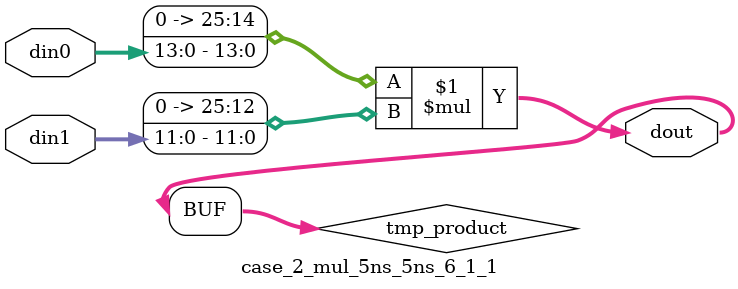
<source format=v>

`timescale 1 ns / 1 ps

 module case_2_mul_5ns_5ns_6_1_1(din0, din1, dout);
parameter ID = 1;
parameter NUM_STAGE = 0;
parameter din0_WIDTH = 14;
parameter din1_WIDTH = 12;
parameter dout_WIDTH = 26;

input [din0_WIDTH - 1 : 0] din0; 
input [din1_WIDTH - 1 : 0] din1; 
output [dout_WIDTH - 1 : 0] dout;

wire signed [dout_WIDTH - 1 : 0] tmp_product;
























assign tmp_product = $signed({1'b0, din0}) * $signed({1'b0, din1});











assign dout = tmp_product;





















endmodule

</source>
